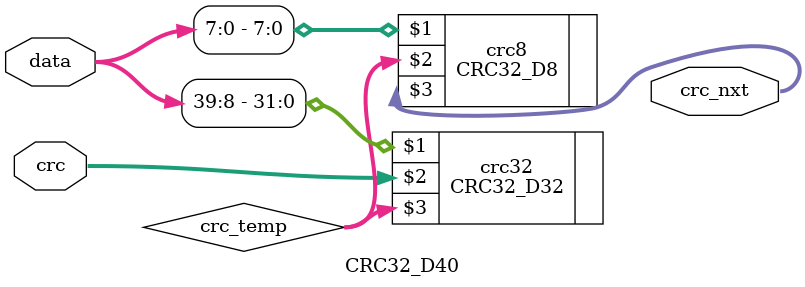
<source format=sv>
module CRC32_D40(input [39:0] data,input [31:0] crc,output [31:0] crc_nxt);

  reg [31:0] crc_temp;
  CRC32_D32 crc32(data[39:8],crc,crc_temp);
  CRC32_D8  crc8(data[7:0],crc_temp,crc_nxt);

endmodule

</source>
